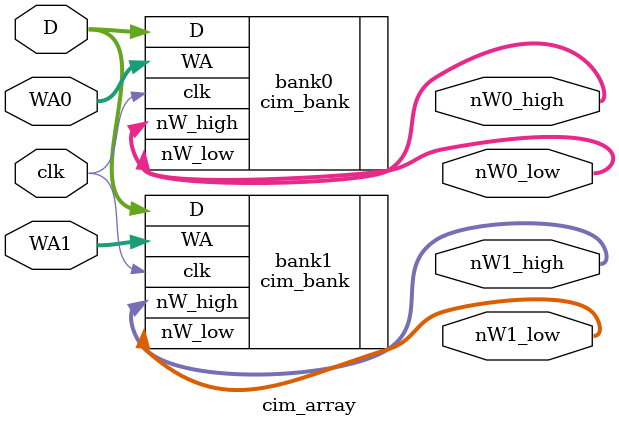
<source format=v>

/*module cim_array (
    input               clk,
    input               WE,
    input      [23:0]   D,
    input      [7:0]    WA0,
    input      [7:0]    WA1,
    output     [95:0]   wb0, // 来自bank0的权重
    output     [95:0]   wb1  // 来自bank1的权重
);

    wire [95:0] wb0_a, wb0_b;
    wire [95:0] wb1_a, wb1_b;

    // 实例化两个cim_bank 
    cim_bank u_bank0 (
        .clk(clk),
        .WA(WA0),
        .D(D),
        .WE(WE),
        .WB_a(wb0_a),
        .WB_b(wb0_b)
    );

    cim_bank u_bank1 (
        .clk(clk),
        .WA(WA1),
        .D(D),
        .WE(WE),
        .WB_a(wb1_a),
        .WB_b(wb1_b)
    );
    
    // 假设local_mac需要两个96位的权重总线
    // 这里将每个bank的两个输出简单拼接
    assign wb0 = {wb0_b, wb0_a};
    assign wb1 = {wb1_b, wb1_a};

endmodule*/

// cim_array.v: CIM 存储阵列, 由两个 cim_bank 组成
/*module cim_array(
    input clk,
    input [7:0] WA0,      // bank 0 写地址
    input [7:0] WA1,      // bank 1 写地址
    input [23:0] D,       // 写入数据
    output [95:0] wb0_a,  // bank 0 输出
    output [95:0] wb0_b,
    output [95:0] wb1_a,  // bank 1 输出
    output [95:0] wb1_b
);

    // 实例化两个cim_bank模块 [cite: 66]
    cim_bank bank0 (
        .clk(clk),
        .WA(WA0),
        .D(D),
        .wb_a(wb0_a),
        .wb_b(wb0_b)
    );

    cim_bank bank1 (
        .clk(clk),
        .WA(WA1),
        .D(D),
        .wb_a(wb1_a),
        .wb_b(wb1_b)
    );

endmodule*/


// cim_array.v: CIM 存储阵列, 由两个 cim_bank 组成
module cim_array(
    input clk,
    input [7:0] WA0,
    input [7:0] WA1,
    input [23:0] D,
    output [95:0] nW0_low, nW0_high,
    output [95:0] nW1_low, nW1_high
);
    cim_bank bank0 (
        .clk(clk), .WA(WA0), .D(D),
        .nW_low(nW0_low), .nW_high(nW0_high)
    );

    cim_bank bank1 (
        .clk(clk), .WA(WA1), .D(D),
        .nW_low(nW1_low), .nW_high(nW1_high)
    );
endmodule
</source>
